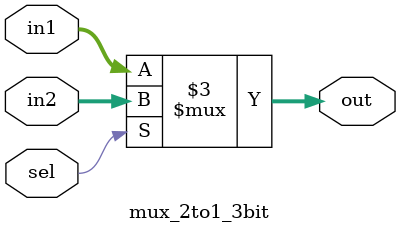
<source format=v>
module mux_2to1_3bit (in1,in2,sel,out);

input [2:0] in1,in2;
input sel;
output reg [2:0] out;

//assign out = (!sel)? in1 : in2;

always @(*)
begin

if(sel)
out = in2;
else
out = in1;

end

endmodule 
</source>
